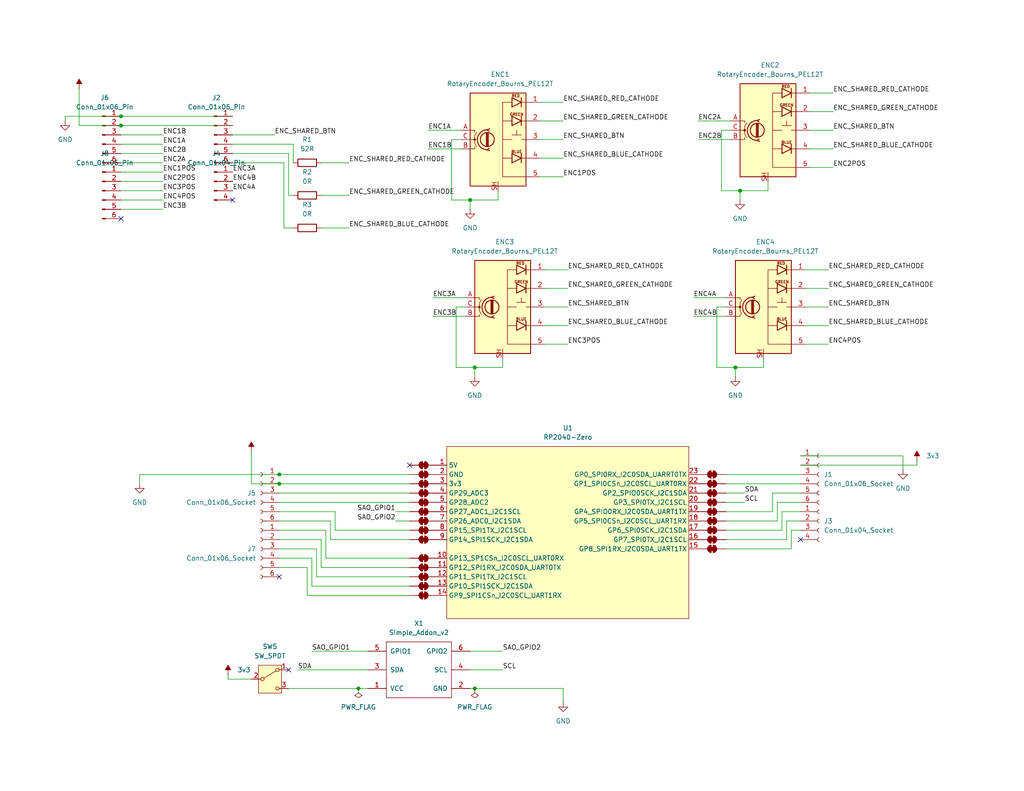
<source format=kicad_sch>
(kicad_sch (version 20231120) (generator "eeschema") (generator_version "8.0")
  (paper "A")
  (lib_symbols
    (symbol "2x2-input:RotaryEncoder_Bourns_PEL12T" (pin_names (offset 0.254) hide)
      (property "Reference" "SW" (at -0.254 18.034 0))
      (property "Value" "RotaryEncoder_Bourns_PEL12T" (at -0.254 15.494 0))
      (symbol "RotaryEncoder_Bourns_PEL12T_0_1"
        (rectangle (start -7.62 12.7) (end 7.62 -12.7) (stroke (width 0.254)) (fill (type background)))
        (circle (center -6.35 0) (radius 0.254) (fill (type outline)))
        (circle (center -2.921 0) (radius 1.905) (stroke (width 0.254)))
        (arc (start -2.921 2.667) (mid -5.6388 -0.0635) (end -2.921 -2.794) (stroke (width 0.254)))
        (polyline (pts (xy -3.175 -1.778) (xy -3.175 1.778)) (stroke (width 0.254)))
        (polyline (pts (xy -2.921 -1.778) (xy -2.921 1.778)) (stroke (width 0.254)))
        (polyline (pts (xy -2.667 1.778) (xy -2.667 -1.778)) (stroke (width 0.254)))
        (polyline (pts (xy 3.81 -5.08) (xy 1.27 -5.08)))
        (polyline (pts (xy 3.81 0) (xy 1.27 0)))
        (polyline (pts (xy 3.81 5.08) (xy 1.27 5.08)))
        (polyline (pts (xy 6.35 -6.35) (xy 6.35 -3.81)) (stroke (width 0.254)))
        (polyline (pts (xy 6.35 3.81) (xy 6.35 6.35)) (stroke (width 0.254)))
        (polyline (pts (xy 6.35 8.89) (xy 6.35 11.43)) (stroke (width 0.254)))
        (polyline (pts (xy 6.35 10.16) (xy 8.89 10.16)))
        (polyline (pts (xy 8.89 -5.08) (xy 6.35 -5.08)))
        (polyline (pts (xy 8.89 0) (xy 6.35 0)))
        (polyline (pts (xy 8.89 5.08) (xy 6.35 5.08)))
        (polyline (pts (xy -7.62 -2.54) (xy -6.35 -2.54) (xy -6.35 -2.032)))
        (polyline (pts (xy -7.62 2.54) (xy -6.35 2.54) (xy -6.35 2.032)))
        (polyline (pts (xy -2.286 -3.048) (xy -3.048 -2.794) (xy -2.413 -2.413)) (stroke (width 0.254)))
        (polyline (pts (xy -2.286 2.921) (xy -3.048 2.667) (xy -2.413 2.286)) (stroke (width 0.254)))
        (polyline (pts (xy -7.62 0) (xy -6.35 0) (xy -6.35 -1.016) (xy -5.842 -2.032)))
        (polyline (pts (xy -6.858 0) (xy -6.35 0) (xy -6.35 1.016) (xy -5.842 2.032)))
        (polyline (pts (xy 3.81 -6.35) (xy 3.81 -3.81) (xy 6.35 -5.08) (xy 3.81 -6.35)) (stroke (width 0.254)))
        (polyline (pts (xy 3.81 3.81) (xy 3.81 6.35) (xy 6.35 5.08) (xy 3.81 3.81)) (stroke (width 0.254)))
        (polyline (pts (xy 3.81 8.89) (xy 3.81 11.43) (xy 6.35 10.16) (xy 3.81 8.89)) (stroke (width 0.254)))
        (polyline (pts (xy 3.81 10.16) (xy 1.27 10.16) (xy 1.27 -10.16) (xy 8.89 -10.16)))
      )
      (symbol "RotaryEncoder_Bourns_PEL12T_1_1"
        (polyline (pts (xy 3.81 1.27) (xy 6.35 1.27)))
        (polyline (pts (xy 5.08 1.27) (xy 5.08 2.54)))
        (text "BLUE" (at 5.08 -3.302 0) (effects (font (size 0.762 0.762))))
        (text "GREEN" (at 5.08 6.858 0) (effects (font (size 0.762 0.762))))
        (text "RED" (at 4.826 11.938 0) (effects (font (size 0.762 0.762))))
        (pin passive line (at 11.43 10.16 180) (length 2.54) (name "1") (number "1"))
        (pin passive line (at 11.43 5.08 180) (length 2.54) (name "2") (number "2"))
        (pin passive line (at 11.43 0 180) (length 2.54) (name "3") (number "3"))
        (pin passive line (at 11.43 -5.08 180) (length 2.54) (name "4") (number "4"))
        (pin passive line (at 11.43 -10.16 180) (length 2.54) (name "5") (number "5"))
        (pin passive line (at -10.16 2.54 0) (length 2.54) (name "A") (number "A"))
        (pin passive line (at -10.16 -2.54 0) (length 2.54) (name "B") (number "B"))
        (pin passive line (at -10.16 0 0) (length 2.54) (name "C") (number "C"))
        (pin passive line (at 0 -13.97 90) (length 2.54) (name "SH") (number "SH"))
      )
    )
    (symbol "Connector:Conn_01x04_Pin" (pin_names (offset 1.016) hide)
      (property "Reference" "J" (at 0 5.08 0))
      (property "Value" "Conn_01x04_Pin" (at 0 -7.62 0))
      (symbol "Conn_01x04_Pin_1_1"
        (polyline (pts (xy 1.27 -5.08) (xy 0.8636 -5.08)) (stroke (width 0.1524)))
        (polyline (pts (xy 1.27 -2.54) (xy 0.8636 -2.54)) (stroke (width 0.1524)))
        (polyline (pts (xy 1.27 0) (xy 0.8636 0)) (stroke (width 0.1524)))
        (polyline (pts (xy 1.27 2.54) (xy 0.8636 2.54)) (stroke (width 0.1524)))
        (rectangle (start 0.8636 -4.953) (end 0 -5.207) (stroke (width 0.1524)) (fill (type outline)))
        (rectangle (start 0.8636 -2.413) (end 0 -2.667) (stroke (width 0.1524)) (fill (type outline)))
        (rectangle (start 0.8636 0.127) (end 0 -0.127) (stroke (width 0.1524)) (fill (type outline)))
        (rectangle (start 0.8636 2.667) (end 0 2.413) (stroke (width 0.1524)) (fill (type outline)))
        (pin passive line (at 5.08 2.54 180) (length 3.81) (name "Pin_1") (number "1"))
        (pin passive line (at 5.08 0 180) (length 3.81) (name "Pin_2") (number "2"))
        (pin passive line (at 5.08 -2.54 180) (length 3.81) (name "Pin_3") (number "3"))
        (pin passive line (at 5.08 -5.08 180) (length 3.81) (name "Pin_4") (number "4"))
      )
    )
    (symbol "Connector:Conn_01x04_Socket" (pin_names (offset 1.016) hide)
      (property "Reference" "J" (at 0 5.08 0))
      (property "Value" "Conn_01x04_Socket" (at 0 -7.62 0))
      (symbol "Conn_01x04_Socket_1_1"
        (arc (start 0 -4.572) (mid -0.5058 -5.08) (end 0 -5.588) (stroke (width 0.1524)))
        (arc (start 0 -2.032) (mid -0.5058 -2.54) (end 0 -3.048) (stroke (width 0.1524)))
        (polyline (pts (xy -1.27 -5.08) (xy -0.508 -5.08)) (stroke (width 0.1524)))
        (polyline (pts (xy -1.27 -2.54) (xy -0.508 -2.54)) (stroke (width 0.1524)))
        (polyline (pts (xy -1.27 0) (xy -0.508 0)) (stroke (width 0.1524)))
        (polyline (pts (xy -1.27 2.54) (xy -0.508 2.54)) (stroke (width 0.1524)))
        (arc (start 0 0.508) (mid -0.5058 0) (end 0 -0.508) (stroke (width 0.1524)))
        (arc (start 0 3.048) (mid -0.5058 2.54) (end 0 2.032) (stroke (width 0.1524)))
        (pin passive line (at -5.08 2.54 0) (length 3.81) (name "Pin_1") (number "1"))
        (pin passive line (at -5.08 0 0) (length 3.81) (name "Pin_2") (number "2"))
        (pin passive line (at -5.08 -2.54 0) (length 3.81) (name "Pin_3") (number "3"))
        (pin passive line (at -5.08 -5.08 0) (length 3.81) (name "Pin_4") (number "4"))
      )
    )
    (symbol "Connector:Conn_01x06_Pin" (pin_names (offset 1.016) hide)
      (property "Reference" "J" (at 0 7.62 0))
      (property "Value" "Conn_01x06_Pin" (at 0 -10.16 0))
      (symbol "Conn_01x06_Pin_1_1"
        (polyline (pts (xy 1.27 -7.62) (xy 0.8636 -7.62)) (stroke (width 0.1524)))
        (polyline (pts (xy 1.27 -5.08) (xy 0.8636 -5.08)) (stroke (width 0.1524)))
        (polyline (pts (xy 1.27 -2.54) (xy 0.8636 -2.54)) (stroke (width 0.1524)))
        (polyline (pts (xy 1.27 0) (xy 0.8636 0)) (stroke (width 0.1524)))
        (polyline (pts (xy 1.27 2.54) (xy 0.8636 2.54)) (stroke (width 0.1524)))
        (polyline (pts (xy 1.27 5.08) (xy 0.8636 5.08)) (stroke (width 0.1524)))
        (rectangle (start 0.8636 -7.493) (end 0 -7.747) (stroke (width 0.1524)) (fill (type outline)))
        (rectangle (start 0.8636 -4.953) (end 0 -5.207) (stroke (width 0.1524)) (fill (type outline)))
        (rectangle (start 0.8636 -2.413) (end 0 -2.667) (stroke (width 0.1524)) (fill (type outline)))
        (rectangle (start 0.8636 0.127) (end 0 -0.127) (stroke (width 0.1524)) (fill (type outline)))
        (rectangle (start 0.8636 2.667) (end 0 2.413) (stroke (width 0.1524)) (fill (type outline)))
        (rectangle (start 0.8636 5.207) (end 0 4.953) (stroke (width 0.1524)) (fill (type outline)))
        (pin passive line (at 5.08 5.08 180) (length 3.81) (name "Pin_1") (number "1"))
        (pin passive line (at 5.08 2.54 180) (length 3.81) (name "Pin_2") (number "2"))
        (pin passive line (at 5.08 0 180) (length 3.81) (name "Pin_3") (number "3"))
        (pin passive line (at 5.08 -2.54 180) (length 3.81) (name "Pin_4") (number "4"))
        (pin passive line (at 5.08 -5.08 180) (length 3.81) (name "Pin_5") (number "5"))
        (pin passive line (at 5.08 -7.62 180) (length 3.81) (name "Pin_6") (number "6"))
      )
    )
    (symbol "Connector:Conn_01x06_Socket" (pin_names (offset 1.016) hide)
      (property "Reference" "J" (at 0 7.62 0))
      (property "Value" "Conn_01x06_Socket" (at 0 -10.16 0))
      (symbol "Conn_01x06_Socket_1_1"
        (arc (start 0 -7.112) (mid -0.5058 -7.62) (end 0 -8.128) (stroke (width 0.1524)))
        (arc (start 0 -4.572) (mid -0.5058 -5.08) (end 0 -5.588) (stroke (width 0.1524)))
        (arc (start 0 -2.032) (mid -0.5058 -2.54) (end 0 -3.048) (stroke (width 0.1524)))
        (polyline (pts (xy -1.27 -7.62) (xy -0.508 -7.62)) (stroke (width 0.1524)))
        (polyline (pts (xy -1.27 -5.08) (xy -0.508 -5.08)) (stroke (width 0.1524)))
        (polyline (pts (xy -1.27 -2.54) (xy -0.508 -2.54)) (stroke (width 0.1524)))
        (polyline (pts (xy -1.27 0) (xy -0.508 0)) (stroke (width 0.1524)))
        (polyline (pts (xy -1.27 2.54) (xy -0.508 2.54)) (stroke (width 0.1524)))
        (polyline (pts (xy -1.27 5.08) (xy -0.508 5.08)) (stroke (width 0.1524)))
        (arc (start 0 0.508) (mid -0.5058 0) (end 0 -0.508) (stroke (width 0.1524)))
        (arc (start 0 3.048) (mid -0.5058 2.54) (end 0 2.032) (stroke (width 0.1524)))
        (arc (start 0 5.588) (mid -0.5058 5.08) (end 0 4.572) (stroke (width 0.1524)))
        (pin passive line (at -5.08 5.08 0) (length 3.81) (name "Pin_1") (number "1"))
        (pin passive line (at -5.08 2.54 0) (length 3.81) (name "Pin_2") (number "2"))
        (pin passive line (at -5.08 0 0) (length 3.81) (name "Pin_3") (number "3"))
        (pin passive line (at -5.08 -2.54 0) (length 3.81) (name "Pin_4") (number "4"))
        (pin passive line (at -5.08 -5.08 0) (length 3.81) (name "Pin_5") (number "5"))
        (pin passive line (at -5.08 -7.62 0) (length 3.81) (name "Pin_6") (number "6"))
      )
    )
    (symbol "Device:R" (pin_numbers hide) (pin_names (offset 0))
      (property "Reference" "R" (at 2.032 0 90))
      (property "Value" "R" (at 0 0 90))
      (symbol "R_0_1"
        (rectangle (start -1.016 -2.54) (end 1.016 2.54) (stroke (width 0.254)))
      )
      (symbol "R_1_1"
        (pin passive line (at 0 3.81 270) (length 1.27) (name "~") (number "1"))
        (pin passive line (at 0 -3.81 90) (length 1.27) (name "~") (number "2"))
      )
    )
    (symbol "Jumper:SolderJumper_2_Bridged" (pin_numbers hide) (pin_names (offset 0) hide) (exclude_from_sim yes) (in_bom no)
      (property "Reference" "JP" (at 0 2.032 0))
      (property "Value" "SolderJumper_2_Bridged" (at 0 -2.54 0))
      (symbol "SolderJumper_2_Bridged_0_1"
        (rectangle (start -0.508 0.508) (end 0.508 -0.508) (fill (type outline)))
        (arc (start -0.254 1.016) (mid -1.2656 0) (end -0.254 -1.016))
        (arc (start -0.254 1.016) (mid -1.2656 0) (end -0.254 -1.016) (fill (type outline)))
        (polyline (pts (xy -0.254 1.016) (xy -0.254 -1.016)))
        (polyline (pts (xy 0.254 1.016) (xy 0.254 -1.016)))
        (arc (start 0.254 -1.016) (mid 1.2656 0) (end 0.254 1.016))
        (arc (start 0.254 -1.016) (mid 1.2656 0) (end 0.254 1.016) (fill (type outline)))
      )
      (symbol "SolderJumper_2_Bridged_1_1"
        (pin passive line (at -3.81 0 0) (length 2.54) (name "A") (number "1"))
        (pin passive line (at 3.81 0 180) (length 2.54) (name "B") (number "2"))
      )
    )
    (symbol "Simple_Addon_v2:Simple_Addon_v2" (pin_names (offset 1.016))
      (property "Reference" "X" (at 0 0 0))
      (property "Value" "Simple_Addon_v2" (at 0 20.32 0))
      (symbol "Simple_Addon_v2_0_1"
        (rectangle (start -7.62 8.89) (end 7.62 -8.89))
      )
      (symbol "Simple_Addon_v2_1_1"
        (pin input line (at -5.08 13.97 270) (length 5.08) (name "VCC") (number "1"))
        (pin input line (at -5.08 -13.97 90) (length 5.08) (name "GND") (number "2"))
        (pin input line (at 0 13.97 270) (length 5.08) (name "SDA") (number "3"))
        (pin input line (at 0 -13.97 90) (length 5.08) (name "SCL") (number "4"))
        (pin input line (at 5.08 13.97 270) (length 5.08) (name "GPIO1") (number "5"))
        (pin input line (at 5.08 -13.97 90) (length 5.08) (name "GPIO2") (number "6"))
      )
    )
    (symbol "Switch:SW_SPDT" (pin_names (offset 0) hide)
      (property "Reference" "SW" (at 0 5.08 0))
      (property "Value" "SW_SPDT" (at 0 -5.08 0))
      (symbol "SW_SPDT_0_1"
        (circle (center -2.032 0) (radius 0.4572))
        (polyline (pts (xy -1.651 0.254) (xy 1.651 2.286)))
        (circle (center 2.032 -2.54) (radius 0.4572))
        (circle (center 2.032 2.54) (radius 0.4572))
      )
      (symbol "SW_SPDT_1_1"
        (rectangle (start -3.175 3.81) (end 3.175 -3.81) (fill (type background)))
        (pin passive line (at 5.08 2.54 180) (length 2.54) (name "A") (number "1"))
        (pin passive line (at -5.08 0 0) (length 2.54) (name "B") (number "2"))
        (pin passive line (at 5.08 -2.54 180) (length 2.54) (name "C") (number "3"))
      )
    )
    (symbol "WaveShare-RP2040:RP2040-Zero"
      (property "Reference" "U" (at -2.286 24.638 0))
      (property "Value" "RP2040-Zero" (at -0.254 -28.194 0))
      (symbol "RP2040-Zero_1_1"
        (rectangle (start -30.48 22.86) (end 35.56 -24.13) (fill (type background)))
        (pin power_in line (at -33.02 17.78 0) (length 2.54) (name "5V") (number "1"))
        (pin bidirectional line (at -33.02 -7.62 0) (length 2.54) (name "GP13_SP1CSn_I2C0SCL_UART0RX") (number "10"))
        (pin bidirectional line (at -33.02 -10.16 0) (length 2.54) (name "GP12_SPI1RX_I2C0SDA_UART0TX") (number "11"))
        (pin bidirectional line (at -33.02 -12.7 0) (length 2.54) (name "GP11_SPI1TX_I2C1SCL") (number "12"))
        (pin bidirectional line (at -33.02 -15.24 0) (length 2.54) (name "GP10_SPI1SCK_I2C1SDA") (number "13"))
        (pin bidirectional line (at -33.02 -17.78 0) (length 2.54) (name "GP9_SPI1CSn_I2C0SCL_UART1RX") (number "14"))
        (pin bidirectional line (at 38.1 -5.08 180) (length 2.54) (name "GP8_SPI1RX_I2C0SDA_UART1TX") (number "15"))
        (pin bidirectional line (at 38.1 -2.54 180) (length 2.54) (name "GP7_SPI0TX_I2C1SCL") (number "16"))
        (pin bidirectional line (at 38.1 0 180) (length 2.54) (name "GP6_SPI0SCK_I2C1SDA") (number "17"))
        (pin bidirectional line (at 38.1 2.54 180) (length 2.54) (name "GP5_SPI0CSn_I2C0SCL_UART1RX") (number "18"))
        (pin bidirectional line (at 38.1 5.08 180) (length 2.54) (name "GP4_SPIO0RX_I2C0SDA_UART1TX") (number "19"))
        (pin power_in line (at -33.02 15.24 0) (length 2.54) (name "GND") (number "2"))
        (pin bidirectional line (at 38.1 7.62 180) (length 2.54) (name "GP3_SPI0TX_I2C1SCL") (number "20"))
        (pin bidirectional line (at 38.1 10.16 180) (length 2.54) (name "GP2_SPIO0SCK_I2C1SDA") (number "21"))
        (pin bidirectional line (at 38.1 12.7 180) (length 2.54) (name "GP1_SPI0CSn_I2C0SCL_UART0RX") (number "22"))
        (pin bidirectional line (at 38.1 15.24 180) (length 2.54) (name "GP0_SPI0RX_I2C0SDA_UARRT0TX") (number "23"))
        (pin power_in line (at -33.02 12.7 0) (length 2.54) (name "3v3") (number "3"))
        (pin bidirectional line (at -33.02 10.16 0) (length 2.54) (name "GP29_ADC3") (number "4"))
        (pin bidirectional line (at -33.02 7.62 0) (length 2.54) (name "GP28_ADC2") (number "5"))
        (pin bidirectional line (at -33.02 5.08 0) (length 2.54) (name "GP27_ADC1_I2C1SCL") (number "6"))
        (pin bidirectional line (at -33.02 2.54 0) (length 2.54) (name "GP26_ADC0_I2C1SDA") (number "7"))
        (pin bidirectional line (at -33.02 0 0) (length 2.54) (name "GP15_SPI1TX_I2C1SCL") (number "8"))
        (pin bidirectional line (at -33.02 -2.54 0) (length 2.54) (name "GP14_SPI1SCK_I2C1SDA") (number "9"))
      )
    )
    (symbol "power:GND" (power) (pin_numbers hide) (pin_names (offset 0) hide)
      (property "Value" "GND" (at 0 -3.81 0))
      (symbol "GND_0_1"
        (polyline (pts (xy 0 0) (xy 0 -1.27) (xy 1.27 -1.27) (xy 0 -2.54) (xy -1.27 -1.27) (xy 0 -1.27)))
      )
      (symbol "GND_1_1"
        (pin power_in line (at 0 0 270) (length 0) (name "~") (number "1"))
      )
    )
    (symbol "power:PWR_FLAG" (power) (pin_numbers hide) (pin_names (offset 0) hide)
      (property "Value" "PWR_FLAG" (at 0 3.81 0))
      (symbol "PWR_FLAG_0_0"
        (pin power_out line (at 0 0 90) (length 0) (name "~") (number "1"))
      )
      (symbol "PWR_FLAG_0_1"
        (polyline (pts (xy 0 0) (xy 0 1.27) (xy -1.016 1.905) (xy 0 2.54) (xy 1.016 1.905) (xy 0 1.27)))
      )
    )
    (symbol "power:VS" (power) (pin_numbers hide) (pin_names (offset 0) hide)
      (property "Value" "VS" (at 0 3.556 0))
      (symbol "VS_0_1"
        (polyline (pts (xy 0 0) (xy 0 2.54)))
        (polyline (pts (xy 0.762 1.27) (xy -0.762 1.27) (xy 0 2.54) (xy 0.762 1.27)) (fill (type outline)))
      )
      (symbol "VS_1_1"
        (pin power_in line (at 0 0 90) (length 0) (name "~") (number "1"))
      )
    )
  )
  (junction (at 129.54 100.33))
  (junction (at 76.2 132.08))
  (junction (at 200.66 100.33))
  (junction (at 129.54 187.96))
  (junction (at 201.93 52.07))
  (junction (at 33.02 34.29))
  (junction (at 33.02 31.75))
  (junction (at 97.79 187.96))
  (junction (at 76.2 129.54))
  (junction (at 128.27 54.61))
  (no_connect (at 33.02 59.69))
  (no_connect (at 63.5 54.61))
  (no_connect (at -41.91 83.82))
  (no_connect (at 78.74 182.88))
  (no_connect (at 111.76 127))
  (no_connect (at 218.44 147.32))
  (no_connect (at 76.2 157.48))
  (wire (pts (xy 76.2 132.08) (xy 111.76 132.08)))
  (wire (pts (xy 129.54 100.33) (xy 124.46 100.33)))
  (wire (pts (xy 123.19 38.1) (xy 123.19 54.61)))
  (wire (pts (xy 100.33 187.96) (xy 97.79 187.96)))
  (wire (pts (xy 76.2 134.62) (xy 111.76 134.62)))
  (wire (pts (xy 33.02 57.15) (xy 44.45 57.15)))
  (wire (pts (xy 76.2 142.24) (xy 90.17 142.24)))
  (wire (pts (xy 124.46 83.82) (xy 124.46 100.33)))
  (wire (pts (xy 125.73 35.56) (xy 116.84 35.56)))
  (wire (pts (xy 33.02 54.61) (xy 44.45 54.61)))
  (wire (pts (xy 196.85 35.56) (xy 196.85 52.07)))
  (wire (pts (xy 21.59 34.29) (xy 33.02 34.29)))
  (wire (pts (xy 198.12 149.86) (xy 215.9 149.86)))
  (wire (pts (xy 200.66 100.33) (xy 195.58 100.33)))
  (wire (pts (xy 220.98 45.72) (xy 227.33 45.72)))
  (wire (pts (xy 127 83.82) (xy 124.46 83.82)))
  (wire (pts (xy 33.02 34.29) (xy 63.5 34.29)))
  (wire (pts (xy 78.74 41.91) (xy 78.74 53.34)))
  (wire (pts (xy 198.12 137.16) (xy 203.2 137.16)))
  (wire (pts (xy 76.2 149.86) (xy 86.36 149.86)))
  (wire (pts (xy 214.63 142.24) (xy 214.63 147.32)))
  (wire (pts (xy 128.27 54.61) (xy 123.19 54.61)))
  (wire (pts (xy 86.36 157.48) (xy 111.76 157.48)))
  (wire (pts (xy 148.59 88.9) (xy 154.94 88.9)))
  (wire (pts (xy 200.66 100.33) (xy 208.28 100.33)))
  (wire (pts (xy 220.98 40.64) (xy 227.33 40.64)))
  (wire (pts (xy 195.58 83.82) (xy 195.58 100.33)))
  (wire (pts (xy 148.59 73.66) (xy 154.94 73.66)))
  (wire (pts (xy 153.67 187.96) (xy 153.67 191.77)))
  (wire (pts (xy 215.9 149.86) (xy 215.9 144.78)))
  (wire (pts (xy 33.02 46.99) (xy 44.45 46.99)))
  (wire (pts (xy 62.23 184.15) (xy 62.23 185.42)))
  (wire (pts (xy 68.58 185.42) (xy 62.23 185.42)))
  (wire (pts (xy 87.63 44.45) (xy 95.25 44.45)))
  (wire (pts (xy 87.63 147.32) (xy 87.63 154.94)))
  (wire (pts (xy 201.93 52.07) (xy 201.93 54.61)))
  (wire (pts (xy 148.59 78.74) (xy 154.94 78.74)))
  (wire (pts (xy 33.02 31.75) (xy 63.5 31.75)))
  (wire (pts (xy 87.63 62.23) (xy 95.25 62.23)))
  (wire (pts (xy 137.16 97.79) (xy 137.16 100.33)))
  (wire (pts (xy 128.27 182.88) (xy 137.16 182.88)))
  (wire (pts (xy 63.5 39.37) (xy 80.01 39.37)))
  (wire (pts (xy 201.93 52.07) (xy 209.55 52.07)))
  (wire (pts (xy 128.27 54.61) (xy 135.89 54.61)))
  (wire (pts (xy 219.71 88.9) (xy 226.06 88.9)))
  (wire (pts (xy 68.58 123.19) (xy 68.58 132.08)))
  (wire (pts (xy 33.02 52.07) (xy 44.45 52.07)))
  (wire (pts (xy 80.01 39.37) (xy 80.01 44.45)))
  (wire (pts (xy 220.98 30.48) (xy 227.33 30.48)))
  (wire (pts (xy 77.47 62.23) (xy 77.47 44.45)))
  (wire (pts (xy 88.9 152.4) (xy 88.9 144.78)))
  (wire (pts (xy 107.95 142.24) (xy 111.76 142.24)))
  (wire (pts (xy 33.02 41.91) (xy 44.45 41.91)))
  (wire (pts (xy 33.02 44.45) (xy 44.45 44.45)))
  (wire (pts (xy 85.09 152.4) (xy 76.2 152.4)))
  (wire (pts (xy 209.55 49.53) (xy 209.55 52.07)))
  (wire (pts (xy 189.23 86.36) (xy 198.12 86.36)))
  (wire (pts (xy 212.09 137.16) (xy 212.09 142.24)))
  (wire (pts (xy 90.17 147.32) (xy 111.76 147.32)))
  (wire (pts (xy 147.32 48.26) (xy 153.67 48.26)))
  (wire (pts (xy 111.76 152.4) (xy 88.9 152.4)))
  (wire (pts (xy 78.74 53.34) (xy 80.01 53.34)))
  (wire (pts (xy 97.79 187.96) (xy 78.74 187.96)))
  (wire (pts (xy 198.12 144.78) (xy 213.36 144.78)))
  (wire (pts (xy 212.09 137.16) (xy 218.44 137.16)))
  (wire (pts (xy 129.54 100.33) (xy 129.54 102.87)))
  (wire (pts (xy 199.39 35.56) (xy 196.85 35.56)))
  (wire (pts (xy 147.32 38.1) (xy 153.67 38.1)))
  (wire (pts (xy 200.66 100.33) (xy 200.66 102.87)))
  (wire (pts (xy 128.27 177.8) (xy 137.16 177.8)))
  (wire (pts (xy 33.02 49.53) (xy 44.45 49.53)))
  (wire (pts (xy 220.98 25.4) (xy 227.33 25.4)))
  (wire (pts (xy 88.9 144.78) (xy 76.2 144.78)))
  (wire (pts (xy 128.27 187.96) (xy 129.54 187.96)))
  (wire (pts (xy 33.02 39.37) (xy 44.45 39.37)))
  (wire (pts (xy 219.71 73.66) (xy 226.06 73.66)))
  (wire (pts (xy 87.63 154.94) (xy 111.76 154.94)))
  (wire (pts (xy 63.5 36.83) (xy 74.93 36.83)))
  (wire (pts (xy 218.44 142.24) (xy 214.63 142.24)))
  (wire (pts (xy 220.98 35.56) (xy 227.33 35.56)))
  (wire (pts (xy 210.82 139.7) (xy 210.82 134.62)))
  (wire (pts (xy 17.78 31.75) (xy 33.02 31.75)))
  (wire (pts (xy 76.2 154.94) (xy 83.82 154.94)))
  (wire (pts (xy 250.19 127) (xy 250.19 125.73)))
  (wire (pts (xy 198.12 134.62) (xy 203.2 134.62)))
  (wire (pts (xy 21.59 24.13) (xy 21.59 34.29)))
  (wire (pts (xy 85.09 160.02) (xy 85.09 152.4)))
  (wire (pts (xy 219.71 83.82) (xy 226.06 83.82)))
  (wire (pts (xy 118.11 86.36) (xy 127 86.36)))
  (wire (pts (xy 81.28 182.88) (xy 100.33 182.88)))
  (wire (pts (xy 38.1 129.54) (xy 76.2 129.54)))
  (wire (pts (xy 128.27 54.61) (xy 128.27 57.15)))
  (wire (pts (xy 63.5 44.45) (xy 77.47 44.45)))
  (wire (pts (xy 33.02 36.83) (xy 44.45 36.83)))
  (wire (pts (xy 85.09 177.8) (xy 100.33 177.8)))
  (wire (pts (xy 213.36 139.7) (xy 213.36 144.78)))
  (wire (pts (xy 219.71 93.98) (xy 226.06 93.98)))
  (wire (pts (xy 147.32 27.94) (xy 153.67 27.94)))
  (wire (pts (xy 86.36 149.86) (xy 86.36 157.48)))
  (wire (pts (xy 198.12 129.54) (xy 218.44 129.54)))
  (wire (pts (xy 219.71 78.74) (xy 226.06 78.74)))
  (wire (pts (xy 38.1 129.54) (xy 38.1 132.08)))
  (wire (pts (xy 129.54 100.33) (xy 137.16 100.33)))
  (wire (pts (xy 76.2 147.32) (xy 87.63 147.32)))
  (wire (pts (xy 83.82 162.56) (xy 111.76 162.56)))
  (wire (pts (xy 213.36 139.7) (xy 218.44 139.7)))
  (wire (pts (xy 147.32 33.02) (xy 153.67 33.02)))
  (wire (pts (xy 116.84 40.64) (xy 125.73 40.64)))
  (wire (pts (xy 148.59 83.82) (xy 154.94 83.82)))
  (wire (pts (xy 215.9 144.78) (xy 218.44 144.78)))
  (wire (pts (xy 76.2 129.54) (xy 111.76 129.54)))
  (wire (pts (xy 198.12 83.82) (xy 195.58 83.82)))
  (wire (pts (xy 76.2 139.7) (xy 91.44 139.7)))
  (wire (pts (xy 76.2 137.16) (xy 111.76 137.16)))
  (wire (pts (xy 91.44 144.78) (xy 91.44 139.7)))
  (wire (pts (xy 127 81.28) (xy 118.11 81.28)))
  (wire (pts (xy 87.63 53.34) (xy 95.25 53.34)))
  (wire (pts (xy 17.78 31.75) (xy 17.78 33.02)))
  (wire (pts (xy 218.44 124.46) (xy 246.38 124.46)))
  (wire (pts (xy 111.76 144.78) (xy 91.44 144.78)))
  (wire (pts (xy 80.01 62.23) (xy 77.47 62.23)))
  (wire (pts (xy 218.44 127) (xy 250.19 127)))
  (wire (pts (xy 210.82 134.62) (xy 218.44 134.62)))
  (wire (pts (xy 83.82 154.94) (xy 83.82 162.56)))
  (wire (pts (xy 212.09 142.24) (xy 198.12 142.24)))
  (wire (pts (xy 246.38 124.46) (xy 246.38 128.27)))
  (wire (pts (xy 208.28 97.79) (xy 208.28 100.33)))
  (wire (pts (xy 135.89 52.07) (xy 135.89 54.61)))
  (wire (pts (xy 148.59 93.98) (xy 154.94 93.98)))
  (wire (pts (xy 107.95 139.7) (xy 111.76 139.7)))
  (wire (pts (xy 199.39 33.02) (xy 190.5 33.02)))
  (wire (pts (xy 190.5 38.1) (xy 199.39 38.1)))
  (wire (pts (xy 198.12 139.7) (xy 210.82 139.7)))
  (wire (pts (xy 201.93 52.07) (xy 196.85 52.07)))
  (wire (pts (xy 198.12 81.28) (xy 189.23 81.28)))
  (wire (pts (xy 111.76 160.02) (xy 85.09 160.02)))
  (wire (pts (xy 129.54 187.96) (xy 153.67 187.96)))
  (wire (pts (xy 125.73 38.1) (xy 123.19 38.1)))
  (wire (pts (xy 63.5 41.91) (xy 78.74 41.91)))
  (wire (pts (xy 90.17 142.24) (xy 90.17 147.32)))
  (wire (pts (xy 198.12 132.08) (xy 218.44 132.08)))
  (wire (pts (xy 198.12 147.32) (xy 214.63 147.32)))
  (wire (pts (xy 147.32 43.18) (xy 153.67 43.18)))
  (wire (pts (xy 68.58 132.08) (xy 76.2 132.08)))
  (label "ENC_SHARED_RED_CATHODE" (at 227.33 25.4 0))
  (label "SAO_GPIO1" (at 85.09 177.8 0))
  (label "ENC_SHARED_BLUE_CATHODE" (at 154.94 88.9 0))
  (label "ENC3A" (at 63.5 46.99 0))
  (label "ENC4B" (at 63.5 49.53 0))
  (label "ENC_SHARED_GREEN_CATHODE" (at 95.25 53.34 0))
  (label "ENC_SHARED_RED_CATHODE" (at 154.94 73.66 0))
  (label "ENC4POS" (at 226.06 93.98 0))
  (label "ENC_SHARED_RED_CATHODE" (at 95.25 44.45 0))
  (label "ENC2B" (at 44.45 41.91 0))
  (label "ENC2POS" (at 227.33 45.72 0))
  (label "ENC_SHARED_BLUE_CATHODE" (at 95.25 62.23 0))
  (label "ENC1POS" (at 153.67 48.26 0))
  (label "ENC_SHARED_BLUE_CATHODE" (at 227.33 40.64 0))
  (label "ENC4POS" (at 44.45 54.61 0))
  (label "ENC_SHARED_BTN" (at 154.94 83.82 0))
  (label "ENC_SHARED_BLUE_CATHODE" (at 226.06 88.9 0))
  (label "SDA" (at 203.2 134.62 0))
  (label "ENC4A" (at 63.5 52.07 0))
  (label "SCL" (at 137.16 182.88 0))
  (label "SCL" (at 203.2 137.16 0))
  (label "ENC1B" (at 116.84 40.64 0))
  (label "ENC_SHARED_BLUE_CATHODE" (at 153.67 43.18 0))
  (label "ENC1A" (at 116.84 35.56 0))
  (label "ENC2B" (at 190.5 38.1 0))
  (label "ENC3A" (at 118.11 81.28 0))
  (label "ENC1POS" (at 44.45 46.99 0))
  (label "ENC_SHARED_RED_CATHODE" (at 226.06 73.66 0))
  (label "SAO_GPIO2" (at 107.95 142.24 180))
  (label "ENC_SHARED_BTN" (at 74.93 36.83 0))
  (label "ENC1B" (at 44.45 36.83 0))
  (label "ENC_SHARED_GREEN_CATHODE" (at 153.67 33.02 0))
  (label "ENC3POS" (at 44.45 52.07 0))
  (label "ENC3B" (at 44.45 57.15 0))
  (label "ENC3B" (at 118.11 86.36 0))
  (label "SDA" (at 81.28 182.88 0))
  (label "ENC4A" (at 189.23 81.28 0))
  (label "SAO_GPIO1" (at 107.95 139.7 180))
  (label "ENC2POS" (at 44.45 49.53 0))
  (label "SAO_GPIO2" (at 137.16 177.8 0))
  (label "ENC_SHARED_BTN" (at 153.67 38.1 0))
  (label "ENC3POS" (at 154.94 93.98 0))
  (label "ENC_SHARED_BTN" (at 227.33 35.56 0))
  (label "ENC_SHARED_RED_CATHODE" (at 153.67 27.94 0))
  (label "ENC_SHARED_GREEN_CATHODE" (at 227.33 30.48 0))
  (label "ENC_SHARED_BTN" (at 226.06 83.82 0))
  (label "ENC2A" (at 190.5 33.02 0))
  (label "ENC2A" (at 44.45 44.45 0))
  (label "ENC_SHARED_GREEN_CATHODE" (at 154.94 78.74 0))
  (label "ENC1A" (at 44.45 39.37 0))
  (label "ENC4B" (at 189.23 86.36 0))
  (label "ENC_SHARED_GREEN_CATHODE" (at 226.06 78.74 0))
  (symbol (lib_id "power:GND") (at 129.54 102.87 0) (unit 1)
    (property "Reference" "#PWR08" (effects (hide yes)))
    (property "Value" "GND" (at 129.54 107.95 0))
    (property "Description" "Power symbol creates a global label with name \"GND\" , ground" (effects (hide yes)))
  )
  (symbol (lib_id "Connector:Conn_01x06_Socket") (at 71.12 134.62 0) (mirror y) (unit 1)
    (property "Reference" "J5" (at 69.85 134.6199 0) (effects (justify left)))
    (property "Value" "Conn_01x06_Socket" (at 69.85 137.1599 0) (effects (justify left)))
    (property "Footprint" "Connector_PinSocket_2.54mm:PinSocket_1x06_P2.54mm_Vertical" (effects (hide yes)))
    (property "Description" "Generic connector, single row, 01x06, script generated" (effects (hide yes)))
  )
  (symbol (lib_id "power:GND") (at 200.66 102.87 0) (unit 1)
    (property "Reference" "#PWR012" (effects (hide yes)))
    (property "Value" "GND" (at 200.66 107.95 0))
    (property "Description" "Power symbol creates a global label with name \"GND\" , ground" (effects (hide yes)))
  )
  (symbol (lib_id "power:PWR_FLAG") (at 97.79 187.96 180) (unit 1)
    (property "Reference" "#FLG02" (effects (hide yes)))
    (property "Value" "PWR_FLAG" (at 97.79 193.04 0))
    (property "Description" "Special symbol for telling ERC where power comes from" (effects (hide yes)))
  )
  (symbol (lib_id "power:GND") (at 38.1 132.08 0) (unit 1)
    (property "Reference" "#PWR09" (effects (hide yes)))
    (property "Value" "GND" (at 38.1 137.16 0))
    (property "Description" "Power symbol creates a global label with name \"GND\" , ground" (effects (hide yes)))
  )
  (symbol (lib_id "WaveShare-RP2040:RP2040-Zero") (at 152.4 144.78 0) (unit 1)
    (property "Reference" "U1" (at 154.94 116.84 0))
    (property "Value" "RP2040-Zero" (at 154.94 119.38 0))
    (property "Footprint" "WaveShare-RP2040:RP2040-Zero-PinHeaders" (effects (hide yes)))
    (property "Datasheet" "https://www.waveshare.com/wiki/RP2040-Zero" (effects (hide yes)))
  )
  (symbol (lib_id "Device:R") (at 83.82 53.34 90) (unit 1)
    (property "Reference" "R2" (at 83.82 46.99 90))
    (property "Value" "0R" (at 83.82 49.53 90))
    (property "Footprint" "Resistor_SMD:R_0603_1608Metric_Pad0.98x0.95mm_HandSolder" (effects (hide yes)))
    (property "Description" "Resistor" (effects (hide yes)))
  )
  (symbol (lib_id "Jumper:SolderJumper_2_Bridged") (at 194.31 147.32 0) (unit 1) (exclude_from_sim yes) (in_bom no)
    (property "Reference" "JP22" (effects (hide yes)))
    (property "Value" "SolderJumper_2_Bridged" (effects (hide yes)))
    (property "Footprint" "Jumper:SolderJumper-2_P1.3mm_Bridged2Bar_Pad1.0x1.5mm" (effects (hide yes)))
    (property "Description" "Solder Jumper, 2-pole, closed/bridged" (effects (hide yes)))
  )
  (symbol (lib_id "Jumper:SolderJumper_2_Bridged") (at 115.57 152.4 0) (unit 1) (exclude_from_sim yes) (in_bom no)
    (property "Reference" "JP10" (effects (hide yes)))
    (property "Value" "SolderJumper_2_Bridged" (effects (hide yes)))
    (property "Footprint" "Jumper:SolderJumper-2_P1.3mm_Bridged2Bar_Pad1.0x1.5mm" (effects (hide yes)))
    (property "Description" "Solder Jumper, 2-pole, closed/bridged" (effects (hide yes)))
  )
  (symbol (lib_id "2x2-input:RotaryEncoder_Bourns_PEL12T") (at 137.16 83.82 0) (unit 1)
    (property "Reference" "ENC3" (at 137.7315 66.04 0))
    (property "Value" "RotaryEncoder_Bourns_PEL12T" (at 137.7315 68.58 0))
    (property "Footprint" "RotaryEncoder_Bourns:RotaryEncoder_Bourns_Vertical_PEL12T-4x25S-Sxxxx" (effects (hide yes)))
    (property "Description" "Rotary encoder, dual channel, incremental quadrate outputs, with switch and MP Pin" (effects (hide yes)))
  )
  (symbol (lib_id "Jumper:SolderJumper_2_Bridged") (at 115.57 147.32 0) (unit 1) (exclude_from_sim yes) (in_bom no)
    (property "Reference" "JP9" (effects (hide yes)))
    (property "Value" "SolderJumper_2_Bridged" (effects (hide yes)))
    (property "Footprint" "Jumper:SolderJumper-2_P1.3mm_Bridged2Bar_Pad1.0x1.5mm" (effects (hide yes)))
    (property "Description" "Solder Jumper, 2-pole, closed/bridged" (effects (hide yes)))
  )
  (symbol (lib_id "Connector:Conn_01x06_Socket") (at 71.12 149.86 0) (mirror y) (unit 1)
    (property "Reference" "J7" (at 69.85 149.8599 0) (effects (justify left)))
    (property "Value" "Conn_01x06_Socket" (at 69.85 152.3999 0) (effects (justify left)))
    (property "Footprint" "Connector_PinSocket_2.54mm:PinSocket_1x06_P2.54mm_Vertical" (effects (hide yes)))
    (property "Description" "Generic connector, single row, 01x06, script generated" (effects (hide yes)))
  )
  (symbol (lib_id "power:PWR_FLAG") (at 129.54 187.96 180) (unit 1)
    (property "Reference" "#FLG01" (effects (hide yes)))
    (property "Value" "PWR_FLAG" (at 129.54 193.04 0))
    (property "Description" "Special symbol for telling ERC where power comes from" (effects (hide yes)))
  )
  (symbol (lib_id "Jumper:SolderJumper_2_Bridged") (at 194.31 134.62 0) (unit 1) (exclude_from_sim yes) (in_bom no)
    (property "Reference" "JP17" (effects (hide yes)))
    (property "Value" "SolderJumper_2_Bridged" (effects (hide yes)))
    (property "Footprint" "Jumper:SolderJumper-2_P1.3mm_Bridged2Bar_Pad1.0x1.5mm" (effects (hide yes)))
    (property "Description" "Solder Jumper, 2-pole, closed/bridged" (effects (hide yes)))
  )
  (symbol (lib_id "Jumper:SolderJumper_2_Bridged") (at 115.57 139.7 0) (unit 1) (exclude_from_sim yes) (in_bom no)
    (property "Reference" "JP6" (effects (hide yes)))
    (property "Value" "SolderJumper_2_Bridged" (effects (hide yes)))
    (property "Footprint" "Jumper:SolderJumper-2_P1.3mm_Bridged2Bar_Pad1.0x1.5mm" (effects (hide yes)))
    (property "Description" "Solder Jumper, 2-pole, closed/bridged" (effects (hide yes)))
  )
  (symbol (lib_id "Connector:Conn_01x06_Pin") (at 27.94 36.83 0) (unit 1)
    (property "Reference" "J6" (at 28.575 26.67 0))
    (property "Value" "Conn_01x06_Pin" (at 28.575 29.21 0))
    (property "Footprint" "Connector_PinHeader_2.54mm:PinHeader_1x06_P2.54mm_Vertical" (effects (hide yes)))
    (property "Description" "Generic connector, single row, 01x06, script generated" (effects (hide yes)))
  )
  (symbol (lib_id "Jumper:SolderJumper_2_Bridged") (at 115.57 129.54 0) (unit 1) (exclude_from_sim yes) (in_bom no)
    (property "Reference" "JP2" (effects (hide yes)))
    (property "Value" "SolderJumper_2_Bridged" (effects (hide yes)))
    (property "Footprint" "Jumper:SolderJumper-2_P1.3mm_Bridged2Bar_Pad1.0x1.5mm" (effects (hide yes)))
    (property "Description" "Solder Jumper, 2-pole, closed/bridged" (effects (hide yes)))
  )
  (symbol (lib_id "power:GND") (at 153.67 191.77 0) (unit 1)
    (property "Reference" "#PWR03" (effects (hide yes)))
    (property "Value" "GND" (at 153.67 196.85 0))
    (property "Description" "Power symbol creates a global label with name \"GND\" , ground" (effects (hide yes)))
  )
  (symbol (lib_id "2x2-input:RotaryEncoder_Bourns_PEL12T") (at 135.89 38.1 0) (unit 1)
    (property "Reference" "ENC1" (at 136.4615 20.32 0))
    (property "Value" "RotaryEncoder_Bourns_PEL12T" (at 136.4615 22.86 0))
    (property "Footprint" "RotaryEncoder_Bourns:RotaryEncoder_Bourns_Vertical_PEL12T-4x25S-Sxxxx" (effects (hide yes)))
    (property "Description" "Rotary encoder, dual channel, incremental quadrate outputs, with switch and MP Pin" (effects (hide yes)))
  )
  (symbol (lib_id "Jumper:SolderJumper_2_Bridged") (at 115.57 132.08 0) (unit 1) (exclude_from_sim yes) (in_bom no)
    (property "Reference" "JP3" (effects (hide yes)))
    (property "Value" "SolderJumper_2_Bridged" (effects (hide yes)))
    (property "Footprint" "Jumper:SolderJumper-2_P1.3mm_Bridged2Bar_Pad1.0x1.5mm" (effects (hide yes)))
    (property "Description" "Solder Jumper, 2-pole, closed/bridged" (effects (hide yes)))
  )
  (symbol (lib_id "Jumper:SolderJumper_2_Bridged") (at 115.57 154.94 0) (unit 1) (exclude_from_sim yes) (in_bom no)
    (property "Reference" "JP11" (effects (hide yes)))
    (property "Value" "SolderJumper_2_Bridged" (effects (hide yes)))
    (property "Footprint" "Jumper:SolderJumper-2_P1.3mm_Bridged2Bar_Pad1.0x1.5mm" (effects (hide yes)))
    (property "Description" "Solder Jumper, 2-pole, closed/bridged" (effects (hide yes)))
  )
  (symbol (lib_id "power:GND") (at 17.78 33.02 0) (unit 1)
    (property "Reference" "#PWR02" (effects (hide yes)))
    (property "Value" "GND" (at 17.78 38.1 0))
    (property "Description" "Power symbol creates a global label with name \"GND\" , ground" (effects (hide yes)))
  )
  (symbol (lib_id "Connector:Conn_01x06_Socket") (at 223.52 129.54 0) (unit 1)
    (property "Reference" "J1" (at 224.79 129.5399 0) (effects (justify left)))
    (property "Value" "Conn_01x06_Socket" (at 224.79 132.0799 0) (effects (justify left)))
    (property "Footprint" "Connector_PinSocket_2.54mm:PinSocket_1x06_P2.54mm_Vertical" (effects (hide yes)))
    (property "Description" "Generic connector, single row, 01x06, script generated" (effects (hide yes)))
  )
  (symbol (lib_id "Connector:Conn_01x06_Pin") (at 58.42 36.83 0) (unit 1)
    (property "Reference" "J2" (at 59.055 26.67 0))
    (property "Value" "Conn_01x06_Pin" (at 59.055 29.21 0))
    (property "Footprint" "Connector_PinHeader_2.54mm:PinHeader_1x06_P2.54mm_Vertical" (effects (hide yes)))
    (property "Description" "Generic connector, single row, 01x06, script generated" (effects (hide yes)))
  )
  (symbol (lib_id "Jumper:SolderJumper_2_Bridged") (at 115.57 137.16 0) (unit 1) (exclude_from_sim yes) (in_bom no)
    (property "Reference" "JP5" (effects (hide yes)))
    (property "Value" "SolderJumper_2_Bridged" (effects (hide yes)))
    (property "Footprint" "Jumper:SolderJumper-2_P1.3mm_Bridged2Bar_Pad1.0x1.5mm" (effects (hide yes)))
    (property "Description" "Solder Jumper, 2-pole, closed/bridged" (effects (hide yes)))
  )
  (symbol (lib_id "Jumper:SolderJumper_2_Bridged") (at 194.31 132.08 0) (unit 1) (exclude_from_sim yes) (in_bom no)
    (property "Reference" "JP16" (effects (hide yes)))
    (property "Value" "SolderJumper_2_Bridged" (effects (hide yes)))
    (property "Footprint" "Jumper:SolderJumper-2_P1.3mm_Bridged2Bar_Pad1.0x1.5mm" (effects (hide yes)))
    (property "Description" "Solder Jumper, 2-pole, closed/bridged" (effects (hide yes)))
  )
  (symbol (lib_id "Jumper:SolderJumper_2_Bridged") (at 194.31 149.86 0) (unit 1) (exclude_from_sim yes) (in_bom no)
    (property "Reference" "JP23" (effects (hide yes)))
    (property "Value" "SolderJumper_2_Bridged" (effects (hide yes)))
    (property "Footprint" "Jumper:SolderJumper-2_P1.3mm_Bridged2Bar_Pad1.0x1.5mm" (effects (hide yes)))
    (property "Description" "Solder Jumper, 2-pole, closed/bridged" (effects (hide yes)))
  )
  (symbol (lib_id "Jumper:SolderJumper_2_Bridged") (at 115.57 127 0) (unit 1) (exclude_from_sim yes) (in_bom no)
    (property "Reference" "JP1" (effects (hide yes)))
    (property "Value" "SolderJumper_2_Bridged" (effects (hide yes)))
    (property "Footprint" "Jumper:SolderJumper-2_P1.3mm_Bridged2Bar_Pad1.0x1.5mm" (effects (hide yes)))
    (property "Description" "Solder Jumper, 2-pole, closed/bridged" (effects (hide yes)))
  )
  (symbol (lib_id "2x2-input:RotaryEncoder_Bourns_PEL12T") (at 209.55 35.56 0) (unit 1)
    (property "Reference" "ENC2" (at 210.1215 17.78 0))
    (property "Value" "RotaryEncoder_Bourns_PEL12T" (at 210.1215 20.32 0))
    (property "Footprint" "RotaryEncoder_Bourns:RotaryEncoder_Bourns_Vertical_PEL12T-4x25S-Sxxxx" (effects (hide yes)))
    (property "Description" "Rotary encoder, dual channel, incremental quadrate outputs, with switch and MP Pin" (effects (hide yes)))
  )
  (symbol (lib_id "Simple_Addon_v2:Simple_Addon_v2") (at 114.3 182.88 90) (unit 1)
    (property "Reference" "X1" (at 114.3 170.18 90))
    (property "Value" "Simple_Addon_v2" (at 114.3 172.72 90))
    (property "Footprint" "Simple_Addon_v2:Simple_Addon_v2-SAO-2x3" (effects (hide yes)))
  )
  (symbol (lib_id "Jumper:SolderJumper_2_Bridged") (at 194.31 142.24 0) (unit 1) (exclude_from_sim yes) (in_bom no)
    (property "Reference" "JP20" (effects (hide yes)))
    (property "Value" "SolderJumper_2_Bridged" (effects (hide yes)))
    (property "Footprint" "Jumper:SolderJumper-2_P1.3mm_Bridged2Bar_Pad1.0x1.5mm" (effects (hide yes)))
    (property "Description" "Solder Jumper, 2-pole, closed/bridged" (effects (hide yes)))
  )
  (symbol (lib_id "power:GND") (at 201.93 54.61 0) (unit 1)
    (property "Reference" "#PWR07" (effects (hide yes)))
    (property "Value" "GND" (at 201.93 59.69 0))
    (property "Description" "Power symbol creates a global label with name \"GND\" , ground" (effects (hide yes)))
  )
  (symbol (lib_id "Connector:Conn_01x06_Pin") (at 27.94 52.07 0) (unit 1)
    (property "Reference" "J8" (at 28.575 41.91 0))
    (property "Value" "Conn_01x06_Pin" (at 28.575 44.45 0))
    (property "Footprint" "Connector_PinHeader_2.54mm:PinHeader_1x06_P2.54mm_Vertical" (effects (hide yes)))
    (property "Description" "Generic connector, single row, 01x06, script generated" (effects (hide yes)))
  )
  (symbol (lib_id "Jumper:SolderJumper_2_Bridged") (at 115.57 162.56 0) (unit 1) (exclude_from_sim yes) (in_bom no)
    (property "Reference" "JP14" (effects (hide yes)))
    (property "Value" "SolderJumper_2_Bridged" (effects (hide yes)))
    (property "Footprint" "Jumper:SolderJumper-2_P1.3mm_Bridged2Bar_Pad1.0x1.5mm" (effects (hide yes)))
    (property "Description" "Solder Jumper, 2-pole, closed/bridged" (effects (hide yes)))
  )
  (symbol (lib_id "Device:R") (at 83.82 44.45 90) (unit 1)
    (property "Reference" "R1" (at 83.82 38.1 90))
    (property "Value" "52R" (at 83.82 40.64 90))
    (property "Footprint" "Resistor_SMD:R_0603_1608Metric_Pad0.98x0.95mm_HandSolder" (effects (hide yes)))
    (property "Description" "Resistor" (effects (hide yes)))
  )
  (symbol (lib_id "power:GND") (at 246.38 128.27 0) (unit 1)
    (property "Reference" "#PWR010" (effects (hide yes)))
    (property "Value" "GND" (at 246.38 133.35 0))
    (property "Description" "Power symbol creates a global label with name \"GND\" , ground" (effects (hide yes)))
  )
  (symbol (lib_id "Connector:Conn_01x04_Pin") (at 58.42 49.53 0) (unit 1)
    (property "Reference" "J4" (at 59.055 41.91 0))
    (property "Value" "Conn_01x04_Pin" (at 59.055 44.45 0))
    (property "Footprint" "Connector_PinHeader_2.54mm:PinHeader_1x04_P2.54mm_Vertical" (effects (hide yes)))
    (property "Description" "Generic connector, single row, 01x04, script generated" (effects (hide yes)))
  )
  (symbol (lib_id "2x2-input:RotaryEncoder_Bourns_PEL12T") (at 208.28 83.82 0) (unit 1)
    (property "Reference" "ENC4" (at 208.8515 66.04 0))
    (property "Value" "RotaryEncoder_Bourns_PEL12T" (at 208.8515 68.58 0))
    (property "Footprint" "RotaryEncoder_Bourns:RotaryEncoder_Bourns_Vertical_PEL12T-4x25S-Sxxxx" (effects (hide yes)))
    (property "Description" "Rotary encoder, dual channel, incremental quadrate outputs, with switch and MP Pin" (effects (hide yes)))
  )
  (symbol (lib_id "Device:R") (at 83.82 62.23 90) (unit 1)
    (property "Reference" "R3" (at 83.82 55.88 90))
    (property "Value" "0R" (at 83.82 58.42 90))
    (property "Footprint" "Resistor_SMD:R_0603_1608Metric_Pad0.98x0.95mm_HandSolder" (effects (hide yes)))
    (property "Description" "Resistor" (effects (hide yes)))
  )
  (symbol (lib_id "Connector:Conn_01x04_Socket") (at 223.52 142.24 0) (unit 1)
    (property "Reference" "J3" (at 224.79 142.2399 0) (effects (justify left)))
    (property "Value" "Conn_01x04_Socket" (at 224.79 144.7799 0) (effects (justify left)))
    (property "Footprint" "Connector_PinSocket_2.54mm:PinSocket_1x04_P2.54mm_Vertical" (effects (hide yes)))
    (property "Description" "Generic connector, single row, 01x04, script generated" (effects (hide yes)))
  )
  (symbol (lib_id "Jumper:SolderJumper_2_Bridged") (at 194.31 144.78 0) (unit 1) (exclude_from_sim yes) (in_bom no)
    (property "Reference" "JP21" (effects (hide yes)))
    (property "Value" "SolderJumper_2_Bridged" (effects (hide yes)))
    (property "Footprint" "Jumper:SolderJumper-2_P1.3mm_Bridged2Bar_Pad1.0x1.5mm" (effects (hide yes)))
    (property "Description" "Solder Jumper, 2-pole, closed/bridged" (effects (hide yes)))
  )
  (symbol (lib_id "Jumper:SolderJumper_2_Bridged") (at 115.57 134.62 0) (unit 1) (exclude_from_sim yes) (in_bom no)
    (property "Reference" "JP4" (effects (hide yes)))
    (property "Value" "SolderJumper_2_Bridged" (effects (hide yes)))
    (property "Footprint" "Jumper:SolderJumper-2_P1.3mm_Bridged2Bar_Pad1.0x1.5mm" (effects (hide yes)))
    (property "Description" "Solder Jumper, 2-pole, closed/bridged" (effects (hide yes)))
  )
  (symbol (lib_id "Jumper:SolderJumper_2_Bridged") (at 115.57 160.02 0) (unit 1) (exclude_from_sim yes) (in_bom no)
    (property "Reference" "JP13" (effects (hide yes)))
    (property "Value" "SolderJumper_2_Bridged" (effects (hide yes)))
    (property "Footprint" "Jumper:SolderJumper-2_P1.3mm_Bridged2Bar_Pad1.0x1.5mm" (effects (hide yes)))
    (property "Description" "Solder Jumper, 2-pole, closed/bridged" (effects (hide yes)))
  )
  (symbol (lib_id "Jumper:SolderJumper_2_Bridged") (at 115.57 144.78 0) (unit 1) (exclude_from_sim yes) (in_bom no)
    (property "Reference" "JP8" (effects (hide yes)))
    (property "Value" "SolderJumper_2_Bridged" (effects (hide yes)))
    (property "Footprint" "Jumper:SolderJumper-2_P1.3mm_Bridged2Bar_Pad1.0x1.5mm" (effects (hide yes)))
    (property "Description" "Solder Jumper, 2-pole, closed/bridged" (effects (hide yes)))
  )
  (symbol (lib_id "Switch:SW_SPDT") (at 73.66 185.42 0) (unit 1)
    (property "Reference" "SW5" (at 73.66 176.53 0))
    (property "Value" "SW_SPDT" (at 73.66 179.07 0))
    (property "Footprint" "Button_Switch_SMD:SW_SPDT_PCM12" (effects (hide yes)))
    (property "Description" "Switch, single pole double throw" (effects (hide yes)))
  )
  (symbol (lib_id "Jumper:SolderJumper_2_Bridged") (at 115.57 142.24 0) (unit 1) (exclude_from_sim yes) (in_bom no)
    (property "Reference" "JP7" (effects (hide yes)))
    (property "Value" "SolderJumper_2_Bridged" (effects (hide yes)))
    (property "Footprint" "Jumper:SolderJumper-2_P1.3mm_Bridged2Bar_Pad1.0x1.5mm" (effects (hide yes)))
    (property "Description" "Solder Jumper, 2-pole, closed/bridged" (effects (hide yes)))
  )
  (symbol (lib_id "power:VS") (at 250.19 125.73 0) (unit 1)
    (property "Reference" "#PWR011" (effects (hide yes)))
    (property "Value" "3v3" (at 252.73 124.4599 0) (effects (justify left)))
    (property "Description" "Power symbol creates a global label with name \"VS\"" (effects (hide yes)))
  )
  (symbol (lib_id "power:GND") (at 128.27 57.15 0) (unit 1)
    (property "Reference" "#PWR05" (effects (hide yes)))
    (property "Value" "GND" (at 128.27 62.23 0))
    (property "Description" "Power symbol creates a global label with name \"GND\" , ground" (effects (hide yes)))
  )
  (symbol (lib_id "Jumper:SolderJumper_2_Bridged") (at 194.31 129.54 0) (unit 1) (exclude_from_sim yes) (in_bom no)
    (property "Reference" "JP15" (effects (hide yes)))
    (property "Value" "SolderJumper_2_Bridged" (effects (hide yes)))
    (property "Footprint" "Jumper:SolderJumper-2_P1.3mm_Bridged2Bar_Pad1.0x1.5mm" (effects (hide yes)))
    (property "Description" "Solder Jumper, 2-pole, closed/bridged" (effects (hide yes)))
  )
  (symbol (lib_id "power:VS") (at 21.59 24.13 0) (unit 1)
    (property "Reference" "#PWR04" (effects (hide yes)))
    (property "Value" "3v3" (effects (hide yes)))
    (property "Description" "Power symbol creates a global label with name \"VS\"" (effects (hide yes)))
  )
  (symbol (lib_id "Jumper:SolderJumper_2_Bridged") (at 194.31 139.7 0) (unit 1) (exclude_from_sim yes) (in_bom no)
    (property "Reference" "JP19" (effects (hide yes)))
    (property "Value" "SolderJumper_2_Bridged" (effects (hide yes)))
    (property "Footprint" "Jumper:SolderJumper-2_P1.3mm_Bridged2Bar_Pad1.0x1.5mm" (effects (hide yes)))
    (property "Description" "Solder Jumper, 2-pole, closed/bridged" (effects (hide yes)))
  )
  (symbol (lib_id "Jumper:SolderJumper_2_Bridged") (at 115.57 157.48 0) (unit 1) (exclude_from_sim yes) (in_bom no)
    (property "Reference" "JP12" (effects (hide yes)))
    (property "Value" "SolderJumper_2_Bridged" (effects (hide yes)))
    (property "Footprint" "Jumper:SolderJumper-2_P1.3mm_Bridged2Bar_Pad1.0x1.5mm" (effects (hide yes)))
    (property "Description" "Solder Jumper, 2-pole, closed/bridged" (effects (hide yes)))
  )
  (symbol (lib_id "Jumper:SolderJumper_2_Bridged") (at 194.31 137.16 0) (unit 1) (exclude_from_sim yes) (in_bom no)
    (property "Reference" "JP18" (effects (hide yes)))
    (property "Value" "SolderJumper_2_Bridged" (effects (hide yes)))
    (property "Footprint" "Jumper:SolderJumper-2_P1.3mm_Bridged2Bar_Pad1.0x1.5mm" (effects (hide yes)))
    (property "Description" "Solder Jumper, 2-pole, closed/bridged" (effects (hide yes)))
  )
  (symbol (lib_id "power:VS") (at 62.23 184.15 0) (unit 1)
    (property "Reference" "#PWR01" (effects (hide yes)))
    (property "Value" "3v3" (at 64.77 182.8799 0) (effects (justify left)))
    (property "Description" "Power symbol creates a global label with name \"VS\"" (effects (hide yes)))
  )
  (symbol (lib_id "power:VS") (at 68.58 123.19 0) (unit 1)
    (property "Reference" "#PWR06" (effects (hide yes)))
    (property "Value" "3v3" (effects (hide yes)))
    (property "Description" "Power symbol creates a global label with name \"VS\"" (effects (hide yes)))
  )
)
</source>
